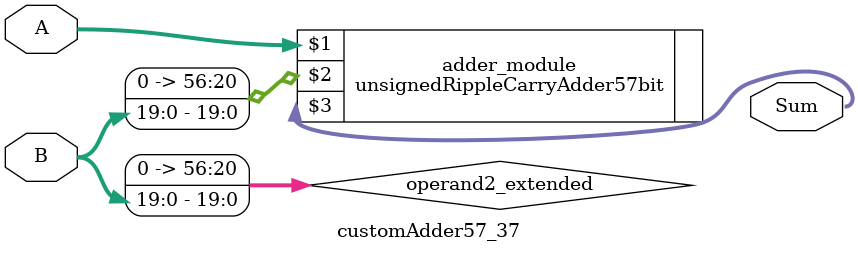
<source format=v>
module customAdder57_37(
                        input [56 : 0] A,
                        input [19 : 0] B,
                        
                        output [57 : 0] Sum
                );

        wire [56 : 0] operand2_extended;
        
        assign operand2_extended =  {37'b0, B};
        
        unsignedRippleCarryAdder57bit adder_module(
            A,
            operand2_extended,
            Sum
        );
        
        endmodule
        
</source>
